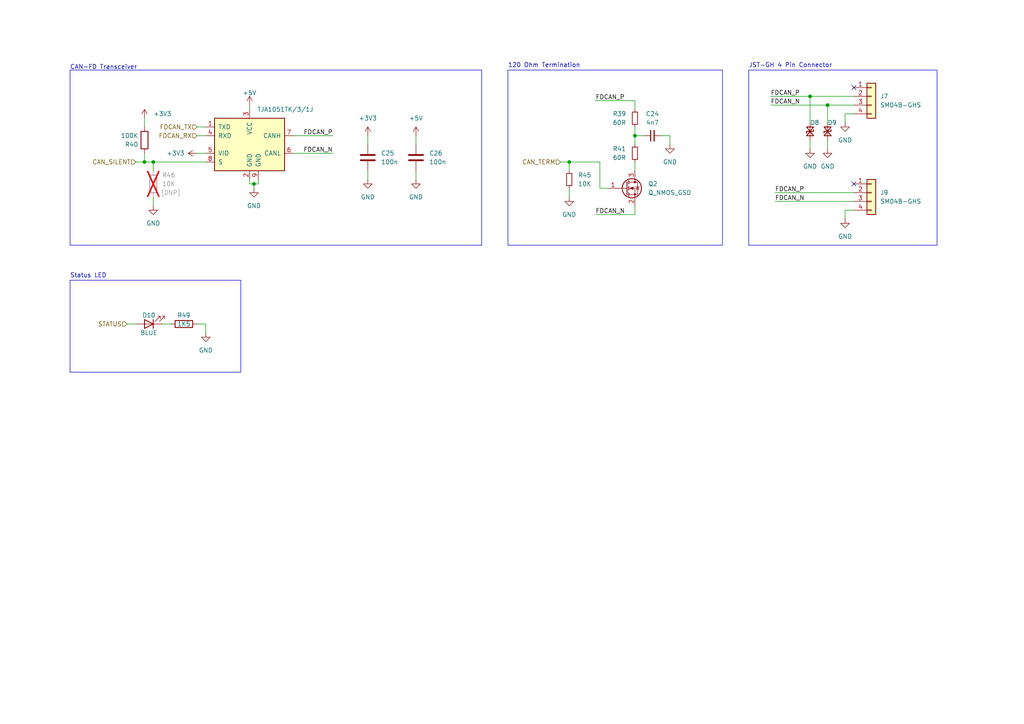
<source format=kicad_sch>
(kicad_sch (version 20250114) (generator "eeschema") (generator_version "9.0")
  (paper "A4")
  (lib_symbols
    (symbol "Connector_Generic:Conn_01x04" (pin_names (offset 1.016) (hide yes))
      (property "Reference" "J" (at 0 5.08 0))
      (property "Value" "Conn_01x04" (at 0 -7.62 0))
      (symbol "Conn_01x04_1_1"
        (rectangle (start -1.27 3.81) (end 1.27 -6.35) (stroke (width 0.254)) (fill (type background)))
        (rectangle (start -1.27 2.667) (end 0 2.413) (stroke (width 0.1524)))
        (rectangle (start -1.27 0.127) (end 0 -0.127) (stroke (width 0.1524)))
        (rectangle (start -1.27 -2.413) (end 0 -2.667) (stroke (width 0.1524)))
        (rectangle (start -1.27 -4.953) (end 0 -5.207) (stroke (width 0.1524)))
        (pin passive line (at -5.08 2.54 0) (length 3.81) (name "Pin_1") (number "1"))
        (pin passive line (at -5.08 0 0) (length 3.81) (name "Pin_2") (number "2"))
        (pin passive line (at -5.08 -2.54 0) (length 3.81) (name "Pin_3") (number "3"))
        (pin passive line (at -5.08 -5.08 0) (length 3.81) (name "Pin_4") (number "4"))
      )
    )
    (symbol "Device:C" (pin_numbers (hide yes)) (pin_names (offset 0.254))
      (property "Reference" "C" (at 0.635 2.54 0))
      (property "Value" "C" (at 0.635 -2.54 0))
      (symbol "C_0_1"
        (polyline (pts (xy -2.032 0.762) (xy 2.032 0.762)) (stroke (width 0.508)))
        (polyline (pts (xy -2.032 -0.762) (xy 2.032 -0.762)) (stroke (width 0.508)))
      )
      (symbol "C_1_1"
        (pin passive line (at 0 3.81 270) (length 2.794) (name "~") (number "1"))
        (pin passive line (at 0 -3.81 90) (length 2.794) (name "~") (number "2"))
      )
    )
    (symbol "Device:C_Small" (pin_numbers (hide yes)) (pin_names (offset 0.254) (hide yes))
      (property "Reference" "C" (at 0.254 1.778 0))
      (property "Value" "C_Small" (at 0.254 -2.032 0))
      (symbol "C_Small_0_1"
        (polyline (pts (xy -1.524 0.508) (xy 1.524 0.508)) (stroke (width 0.3048)))
        (polyline (pts (xy -1.524 -0.508) (xy 1.524 -0.508)) (stroke (width 0.3302)))
      )
      (symbol "C_Small_1_1"
        (pin passive line (at 0 2.54 270) (length 2.032) (name "~") (number "1"))
        (pin passive line (at 0 -2.54 90) (length 2.032) (name "~") (number "2"))
      )
    )
    (symbol "Device:D_TVS_Small" (pin_numbers (hide yes)) (pin_names (offset 1.016) (hide yes))
      (property "Reference" "D" (at 0 2.54 0))
      (property "Value" "D_TVS_Small" (at 0 -2.54 0))
      (symbol "D_TVS_Small_0_1"
        (polyline (pts (xy -1.27 1.016) (xy -1.27 -1.016) (xy 1.27 1.016) (xy 1.27 -1.016) (xy -1.27 1.016)) (stroke (width 0.254)))
        (polyline (pts (xy -1.27 0) (xy 1.27 0)))
        (polyline (pts (xy 0.508 1.016) (xy 0 1.016) (xy 0 -1.016) (xy -0.508 -1.016)) (stroke (width 0.254)))
      )
      (symbol "D_TVS_Small_1_1"
        (pin passive line (at -2.54 0 0) (length 1.27) (name "A1") (number "1"))
        (pin passive line (at 2.54 0 180) (length 1.27) (name "A2") (number "2"))
      )
    )
    (symbol "Device:LED" (pin_numbers (hide yes)) (pin_names (offset 1.016) (hide yes))
      (property "Reference" "D" (at 0 2.54 0))
      (property "Value" "LED" (at 0 -2.54 0))
      (symbol "LED_0_1"
        (polyline (pts (xy -3.048 -0.762) (xy -4.572 -2.286) (xy -3.81 -2.286) (xy -4.572 -2.286) (xy -4.572 -1.524)))
        (polyline (pts (xy -1.778 -0.762) (xy -3.302 -2.286) (xy -2.54 -2.286) (xy -3.302 -2.286) (xy -3.302 -1.524)))
        (polyline (pts (xy -1.27 0) (xy 1.27 0)))
        (polyline (pts (xy -1.27 -1.27) (xy -1.27 1.27)) (stroke (width 0.254)))
        (polyline (pts (xy 1.27 -1.27) (xy 1.27 1.27) (xy -1.27 0) (xy 1.27 -1.27)) (stroke (width 0.254)))
      )
      (symbol "LED_1_1"
        (pin passive line (at -3.81 0 0) (length 2.54) (name "K") (number "1"))
        (pin passive line (at 3.81 0 180) (length 2.54) (name "A") (number "2"))
      )
    )
    (symbol "Device:Q_NMOS_GSD" (pin_names (offset 0) (hide yes))
      (property "Reference" "Q" (at 5.08 1.27 0))
      (property "Value" "Q_NMOS_GSD" (at 5.08 -1.27 0))
      (symbol "Q_NMOS_GSD_0_1"
        (polyline (pts (xy 0.254 1.905) (xy 0.254 -1.905)) (stroke (width 0.254)))
        (polyline (pts (xy 0.254 0) (xy -2.54 0)))
        (polyline (pts (xy 0.762 2.286) (xy 0.762 1.27)) (stroke (width 0.254)))
        (polyline (pts (xy 0.762 0.508) (xy 0.762 -0.508)) (stroke (width 0.254)))
        (polyline (pts (xy 0.762 -1.27) (xy 0.762 -2.286)) (stroke (width 0.254)))
        (polyline (pts (xy 0.762 -1.778) (xy 3.302 -1.778) (xy 3.302 1.778) (xy 0.762 1.778)))
        (polyline (pts (xy 1.016 0) (xy 2.032 0.381) (xy 2.032 -0.381) (xy 1.016 0)) (fill (type outline)))
        (circle (center 1.651 0) (radius 2.794) (stroke (width 0.254)))
        (polyline (pts (xy 2.54 2.54) (xy 2.54 1.778)))
        (circle (center 2.54 1.778) (radius 0.254) (fill (type outline)))
        (circle (center 2.54 -1.778) (radius 0.254) (fill (type outline)))
        (polyline (pts (xy 2.54 -2.54) (xy 2.54 0) (xy 0.762 0)))
        (polyline (pts (xy 2.794 0.508) (xy 2.921 0.381) (xy 3.683 0.381) (xy 3.81 0.254)))
        (polyline (pts (xy 3.302 0.381) (xy 2.921 -0.254) (xy 3.683 -0.254) (xy 3.302 0.381)))
      )
      (symbol "Q_NMOS_GSD_1_1"
        (pin input line (at -5.08 0 0) (length 2.54) (name "G") (number "1"))
        (pin passive line (at 2.54 5.08 270) (length 2.54) (name "D") (number "3"))
        (pin passive line (at 2.54 -5.08 90) (length 2.54) (name "S") (number "2"))
      )
    )
    (symbol "Device:R" (pin_numbers (hide yes)) (pin_names (offset 0))
      (property "Reference" "R" (at 2.032 0 90))
      (property "Value" "R" (at 0 0 90))
      (symbol "R_0_1"
        (rectangle (start -1.016 -2.54) (end 1.016 2.54) (stroke (width 0.254)))
      )
      (symbol "R_1_1"
        (pin passive line (at 0 3.81 270) (length 1.27) (name "~") (number "1"))
        (pin passive line (at 0 -3.81 90) (length 1.27) (name "~") (number "2"))
      )
    )
    (symbol "Device:R_Small" (pin_numbers (hide yes)) (pin_names (offset 0.254) (hide yes))
      (property "Reference" "R" (at 0.762 0.508 0))
      (property "Value" "R_Small" (at 0.762 -1.016 0))
      (symbol "R_Small_0_1"
        (rectangle (start -0.762 1.778) (end 0.762 -1.778) (stroke (width 0.2032)))
      )
      (symbol "R_Small_1_1"
        (pin passive line (at 0 2.54 270) (length 0.762) (name "~") (number "1"))
        (pin passive line (at 0 -2.54 90) (length 0.762) (name "~") (number "2"))
      )
    )
    (symbol "GND_1" (power) (pin_numbers (hide yes)) (pin_names (offset 0) (hide yes))
      (property "Value" "GND" (at 0 -3.81 0))
      (symbol "GND_1_0_1"
        (polyline (pts (xy 0 0) (xy 0 -1.27) (xy 1.27 -1.27) (xy 0 -2.54) (xy -1.27 -1.27) (xy 0 -1.27)))
      )
      (symbol "GND_1_1_1"
        (pin power_in line (at 0 0 270) (length 0) (name "~") (number "1"))
      )
    )
    (symbol "GND_2" (power) (pin_numbers (hide yes)) (pin_names (offset 0) (hide yes))
      (property "Value" "GND" (at 0 -3.81 0))
      (symbol "GND_2_0_1"
        (polyline (pts (xy 0 0) (xy 0 -1.27) (xy 1.27 -1.27) (xy 0 -2.54) (xy -1.27 -1.27) (xy 0 -1.27)))
      )
      (symbol "GND_2_1_1"
        (pin power_in line (at 0 0 270) (length 0) (name "~") (number "1"))
      )
    )
    (symbol "Interface_CAN_LIN:TJA1051TK-3" (pin_names (offset 1.016))
      (property "Reference" "U" (at -10.16 8.89 0))
      (property "Value" "TJA1051TK-3" (at 1.27 8.89 0))
      (symbol "TJA1051TK-3_0_1"
        (rectangle (start -10.16 7.62) (end 10.16 -7.62) (stroke (width 0.254)) (fill (type background)))
      )
      (symbol "TJA1051TK-3_1_1"
        (pin input line (at -12.7 5.08 0) (length 2.54) (name "TXD") (number "1"))
        (pin output line (at -12.7 2.54 0) (length 2.54) (name "RXD") (number "4"))
        (pin power_in line (at -12.7 -2.54 0) (length 2.54) (name "VIO") (number "5"))
        (pin input line (at -12.7 -5.08 0) (length 2.54) (name "S") (number "8"))
        (pin power_in line (at 0 10.16 270) (length 2.54) (name "VCC") (number "3"))
        (pin power_in line (at 0 -10.16 90) (length 2.54) (name "GND") (number "2"))
        (pin power_in line (at 2.54 -10.16 90) (length 2.54) (name "GND") (number "9"))
        (pin bidirectional line (at 12.7 2.54 180) (length 2.54) (name "CANH") (number "7"))
        (pin bidirectional line (at 12.7 -2.54 180) (length 2.54) (name "CANL") (number "6"))
      )
    )
    (symbol "power:+3V3" (power) (pin_names (offset 0))
      (property "Value" "+3V3" (at 0 3.556 0))
      (symbol "+3V3_0_1"
        (polyline (pts (xy -0.762 1.27) (xy 0 2.54)))
        (polyline (pts (xy 0 2.54) (xy 0.762 1.27)))
        (polyline (pts (xy 0 0) (xy 0 2.54)))
      )
      (symbol "+3V3_1_1"
        (pin power_in line (at 0 0 90) (length 0) (hide yes) (name "+3V3") (number "1"))
      )
    )
    (symbol "power:+5V" (power) (pin_names (offset 0))
      (property "Value" "+5V" (at 0 3.556 0))
      (symbol "+5V_0_1"
        (polyline (pts (xy -0.762 1.27) (xy 0 2.54)))
        (polyline (pts (xy 0 2.54) (xy 0.762 1.27)))
        (polyline (pts (xy 0 0) (xy 0 2.54)))
      )
      (symbol "+5V_1_1"
        (pin power_in line (at 0 0 90) (length 0) (hide yes) (name "+5V") (number "1"))
      )
    )
    (symbol "power:GND" (power) (pin_names (offset 0))
      (property "Value" "GND" (at 0 -3.81 0))
      (symbol "GND_0_1"
        (polyline (pts (xy 0 0) (xy 0 -1.27) (xy 1.27 -1.27) (xy 0 -2.54) (xy -1.27 -1.27) (xy 0 -1.27)))
      )
      (symbol "GND_1_1"
        (pin power_in line (at 0 0 270) (length 0) (hide yes) (name "GND") (number "1"))
      )
    )
  )
  (rectangle (start 147.32 20.32) (end 209.55 71.12))
  (rectangle (start 217.17 20.32) (end 271.78 71.12))
  (rectangle (start 20.32 81.28) (end 69.85 107.95))
  (rectangle (start 20.32 20.32) (end 139.7 71.12))
  (text "CAN-FD Transceiver" (at 20.32 20.32 0) (effects (font (size 1.27 1.27)) (justify left bottom)))
  (text "JST-GH 4 Pin Connector" (at 217.17 19.05 0) (effects (font (size 1.27 1.27)) (justify left)))
  (text "Status LED" (at 20.32 80.01 0) (effects (font (size 1.27 1.27)) (justify left)))
  (text "120 Ohm Termination" (at 147.32 19.05 0) (effects (font (size 1.27 1.27)) (justify left)))
  (junction (at 240.03 30.48))
  (junction (at 165.1 46.99))
  (junction (at 73.66 53.34))
  (junction (at 184.15 39.37))
  (junction (at 44.45 46.99))
  (junction (at 234.95 27.94))
  (junction (at 41.91 46.99))
  (no_connect (at 247.65 25.4))
  (no_connect (at 247.65 53.34))
  (wire (pts (xy 57.15 44.45) (xy 59.69 44.45)))
  (wire (pts (xy 165.1 46.99) (xy 173.99 46.99)))
  (wire (pts (xy 106.68 49.53) (xy 106.68 52.07)))
  (wire (pts (xy 172.72 29.21) (xy 184.15 29.21)))
  (wire (pts (xy 184.15 39.37) (xy 186.69 39.37)))
  (wire (pts (xy 245.11 35.56) (xy 245.11 33.02)))
  (wire (pts (xy 57.15 93.98) (xy 59.69 93.98)))
  (wire (pts (xy 36.83 93.98) (xy 39.37 93.98)))
  (wire (pts (xy 234.95 27.94) (xy 223.52 27.94)))
  (wire (pts (xy 240.03 40.64) (xy 240.03 43.18)))
  (wire (pts (xy 72.39 52.07) (xy 72.39 53.34)))
  (wire (pts (xy 72.39 30.48) (xy 72.39 31.75)))
  (wire (pts (xy 173.99 54.61) (xy 176.53 54.61)))
  (wire (pts (xy 245.11 63.5) (xy 245.11 60.96)))
  (wire (pts (xy 162.56 46.99) (xy 165.1 46.99)))
  (wire (pts (xy 240.03 35.56) (xy 240.03 30.48)))
  (wire (pts (xy 234.95 35.56) (xy 234.95 27.94)))
  (wire (pts (xy 224.79 58.42) (xy 247.65 58.42)))
  (wire (pts (xy 57.15 36.83) (xy 59.69 36.83)))
  (wire (pts (xy 73.66 53.34) (xy 74.93 53.34)))
  (wire (pts (xy 41.91 36.83) (xy 41.91 34.29)))
  (wire (pts (xy 184.15 62.23) (xy 184.15 59.69)))
  (wire (pts (xy 184.15 46.99) (xy 184.15 49.53)))
  (wire (pts (xy 165.1 49.53) (xy 165.1 46.99)))
  (wire (pts (xy 44.45 57.15) (xy 44.45 59.69)))
  (wire (pts (xy 120.65 39.37) (xy 120.65 41.91)))
  (wire (pts (xy 223.52 30.48) (xy 240.03 30.48)))
  (wire (pts (xy 234.95 40.64) (xy 234.95 43.18)))
  (wire (pts (xy 46.99 93.98) (xy 49.53 93.98)))
  (wire (pts (xy 73.66 53.34) (xy 73.66 54.61)))
  (wire (pts (xy 85.09 44.45) (xy 96.52 44.45)))
  (wire (pts (xy 39.37 46.99) (xy 41.91 46.99)))
  (wire (pts (xy 41.91 46.99) (xy 41.91 44.45)))
  (wire (pts (xy 106.68 39.37) (xy 106.68 41.91)))
  (wire (pts (xy 44.45 46.99) (xy 59.69 46.99)))
  (wire (pts (xy 184.15 39.37) (xy 184.15 41.91)))
  (wire (pts (xy 59.69 93.98) (xy 59.69 96.52)))
  (wire (pts (xy 120.65 49.53) (xy 120.65 52.07)))
  (wire (pts (xy 173.99 46.99) (xy 173.99 54.61)))
  (wire (pts (xy 74.93 52.07) (xy 74.93 53.34)))
  (wire (pts (xy 234.95 27.94) (xy 247.65 27.94)))
  (wire (pts (xy 194.31 41.91) (xy 194.31 39.37)))
  (wire (pts (xy 57.15 39.37) (xy 59.69 39.37)))
  (wire (pts (xy 184.15 36.83) (xy 184.15 39.37)))
  (wire (pts (xy 245.11 33.02) (xy 247.65 33.02)))
  (wire (pts (xy 85.09 39.37) (xy 96.52 39.37)))
  (wire (pts (xy 165.1 54.61) (xy 165.1 57.15)))
  (wire (pts (xy 184.15 29.21) (xy 184.15 31.75)))
  (wire (pts (xy 194.31 39.37) (xy 191.77 39.37)))
  (wire (pts (xy 44.45 46.99) (xy 44.45 49.53)))
  (wire (pts (xy 240.03 30.48) (xy 247.65 30.48)))
  (wire (pts (xy 224.79 55.88) (xy 247.65 55.88)))
  (wire (pts (xy 41.91 46.99) (xy 44.45 46.99)))
  (wire (pts (xy 72.39 53.34) (xy 73.66 53.34)))
  (wire (pts (xy 172.72 62.23) (xy 184.15 62.23)))
  (wire (pts (xy 245.11 60.96) (xy 247.65 60.96)))
  (label "FDCAN_N" (at 96.52 44.45 180))
  (label "FDCAN_N" (at 223.52 30.48 0))
  (label "FDCAN_P" (at 172.72 29.21 0))
  (label "FDCAN_N" (at 172.72 62.23 0))
  (label "FDCAN_P" (at 223.52 27.94 0))
  (label "FDCAN_P" (at 224.79 55.88 0))
  (label "FDCAN_P" (at 96.52 39.37 180))
  (label "FDCAN_N" (at 224.79 58.42 0))
  (hierarchical_label "CAN_SILENT" (shape input) (at 39.37 46.99 180))
  (hierarchical_label "FDCAN_TX" (shape input) (at 57.15 36.83 180))
  (hierarchical_label "CAN_TERM" (shape input) (at 162.56 46.99 180))
  (hierarchical_label "STATUS" (shape input) (at 36.83 93.98 180))
  (hierarchical_label "FDCAN_RX" (shape input) (at 57.15 39.37 180))
  (symbol (lib_id "power:GND") (at 59.69 96.52 0) (unit 1)
    (property "Reference" "#PWR017" (effects (hide yes)))
    (property "Value" "GND" (at 59.69 101.6 0))
    (property "Description" "Power symbol creates a global label with name \"GND\" , ground" (effects (hide yes)))
    (instances (project "vrb" (path "" (reference "#PWR090") (unit 1)) (path "" (reference "#PWR017") (unit 1))))
  )
  (symbol (lib_id "power:GND") (at 106.68 52.07 0) (unit 1)
    (property "Reference" "#PWR011" (effects (hide yes)))
    (property "Value" "GND" (at 106.68 57.15 0))
    (instances (project "vrb" (path "" (reference "#PWR080") (unit 1)) (path "" (reference "#PWR011") (unit 1))))
  )
  (symbol (lib_id "Connector_Generic:Conn_01x04") (at 252.73 55.88 0) (unit 1)
    (property "Reference" "J2" (at 255.27 55.8799 0) (effects (justify left)))
    (property "Value" "SM04B-GHS" (at 255.27 58.4199 0) (effects (justify left)))
    (property "Footprint" "Connector_JST:JST_GH_SM04B-GHS-TB_1x04-1MP_P1.25mm_Horizontal" (effects (hide yes)))
    (property "Description" "Generic connector, single row, 01x04, script generated (kicad-library-utils/schlib/autogen/connector/)" (effects (hide yes)))
    (instances (project "vrb" (path "" (reference "J9") (unit 1)) (path "" (reference "J2") (unit 1))))
  )
  (symbol (lib_name "GND_2") (lib_id "power:GND") (at 234.95 43.18 0) (unit 1)
    (property "Reference" "#PWR08" (effects (hide yes)))
    (property "Value" "GND" (at 234.95 48.26 0))
    (property "Description" "Power symbol creates a global label with name \"GND\" , ground" (effects (hide yes)))
    (instances (project "vrb" (path "" (reference "#PWR074") (unit 1)) (path "" (reference "#PWR08") (unit 1))))
  )
  (symbol (lib_name "GND_2") (lib_id "power:GND") (at 240.03 43.18 0) (unit 1)
    (property "Reference" "#PWR09" (effects (hide yes)))
    (property "Value" "GND" (at 240.03 48.26 0))
    (property "Description" "Power symbol creates a global label with name \"GND\" , ground" (effects (hide yes)))
    (instances (project "" (path "" (reference "#PWR075") (unit 1)) (path "" (reference "#PWR09") (unit 1))))
  )
  (symbol (lib_id "power:GND") (at 194.31 41.91 0) (unit 1)
    (property "Reference" "#PWR07" (effects (hide yes)))
    (property "Value" "GND" (at 194.31 46.99 0))
    (property "Description" "Power symbol creates a global label with name \"GND\" , ground" (effects (hide yes)))
    (instances (project "vrb" (path "" (reference "#PWR073") (unit 1)) (path "" (reference "#PWR07") (unit 1))))
  )
  (symbol (lib_id "Device:R") (at 41.91 40.64 0) (unit 1)
    (property "Reference" "R2" (at 40.132 41.91 0) (effects (justify right)))
    (property "Value" "100K" (at 40.132 39.37 0) (effects (justify right)))
    (property "Footprint" "Resistor_SMD:R_0402_1005Metric" (effects (hide yes)))
    (instances (project "vrb" (path "" (reference "R40") (unit 1)) (path "" (reference "R2") (unit 1))))
  )
  (symbol (lib_id "Device:R_Small") (at 165.1 52.07 0) (unit 1)
    (property "Reference" "R4" (at 167.64 50.7999 0) (effects (justify left)))
    (property "Value" "10K" (at 167.64 53.3399 0) (effects (justify left)))
    (property "Footprint" "Resistor_SMD:R_0402_1005Metric" (effects (hide yes)))
    (property "Description" "Resistor, small symbol" (effects (hide yes)))
    (instances (project "vrb" (path "" (reference "R45") (unit 1)) (path "" (reference "R4") (unit 1))))
  )
  (symbol (lib_id "power:+5V") (at 120.65 39.37 0) (unit 1)
    (property "Reference" "#PWR06" (effects (hide yes)))
    (property "Value" "+5V" (at 120.65 34.29 0))
    (property "Description" "Power symbol creates a global label with name \"+5V\"" (effects (hide yes)))
    (instances (project "vrb" (path "" (reference "#PWR070") (unit 1)) (path "" (reference "#PWR06") (unit 1))))
  )
  (symbol (lib_id "power:+3V3") (at 41.91 34.29 0) (unit 1)
    (property "Reference" "#PWR03" (effects (hide yes)))
    (property "Value" "+3V3" (at 44.45 33.0199 0) (effects (justify left)))
    (property "Description" "Power symbol creates a global label with name \"+3V3\"" (effects (hide yes)))
    (instances (project "vrb" (path "" (reference "#PWR067") (unit 1)) (path "" (reference "#PWR03") (unit 1))))
  )
  (symbol (lib_id "Device:D_TVS_Small") (at 234.95 38.1 270) (mirror x) (unit 1)
    (property "Reference" "D1" (at 234.95 35.56 90) (effects (justify left)))
    (property "Value" "D_TVS_Small" (effects (hide yes)))
    (property "Footprint" "Diode_SMD:Nexperia_DSN0603-2_0.6x0.3mm_P0.4mm" (effects (hide yes)))
    (property "Description" "Bidirectional transient-voltage-suppression diode, small symbol" (effects (hide yes)))
    (instances (project "vrb" (path "" (reference "D8") (unit 1)) (path "" (reference "D1") (unit 1))))
  )
  (symbol (lib_id "power:+5V") (at 72.39 30.48 0) (unit 1)
    (property "Reference" "#PWR02" (effects (hide yes)))
    (property "Value" "+5V" (at 74.422 26.924 0) (effects (justify right)))
    (property "Description" "Power symbol creates a global label with name \"+5V\"" (effects (hide yes)))
    (instances (project "vrb" (path "" (reference "#PWR066") (unit 1)) (path "" (reference "#PWR02") (unit 1))))
  )
  (symbol (lib_id "Device:R") (at 53.34 93.98 90) (unit 1)
    (property "Reference" "R6" (at 53.34 91.44 90))
    (property "Value" "1K5" (at 53.34 93.98 90))
    (property "Footprint" "Resistor_SMD:R_0402_1005Metric" (effects (hide yes)))
    (property "Description" "Resistor" (effects (hide yes)))
    (instances (project "vrb" (path "" (reference "R49") (unit 1)) (path "" (reference "R6") (unit 1))))
  )
  (symbol (lib_id "power:GND") (at 120.65 52.07 0) (unit 1)
    (property "Reference" "#PWR012" (effects (hide yes)))
    (property "Value" "GND" (at 120.65 57.15 0))
    (instances (project "vrb" (path "" (reference "#PWR081") (unit 1)) (path "" (reference "#PWR012") (unit 1))))
  )
  (symbol (lib_id "Device:R") (at 44.45 53.34 0) (unit 1) (in_bom no) (dnp yes)
    (property "Reference" "R5" (at 46.99 50.8 0) (effects (justify left)))
    (property "Value" "10K" (at 46.99 53.34 0) (effects (justify left)))
    (property "Footprint" "Resistor_SMD:R_0402_1005Metric" (effects (hide yes)))
    (property "DNP" "[DNP]" (at 49.53 55.8801 0))
    (instances (project "vrb" (path "" (reference "R46") (unit 1)) (path "" (reference "R5") (unit 1))))
  )
  (symbol (lib_id "Device:Q_NMOS_GSD") (at 181.61 54.61 0) (unit 1)
    (property "Reference" "Q1" (at 187.96 53.3399 0) (effects (justify left)))
    (property "Value" "Q_NMOS_GSD" (at 187.96 55.8799 0) (effects (justify left)))
    (property "Footprint" "Package_TO_SOT_SMD:SOT-23-3" (effects (hide yes)))
    (property "Description" "N-MOSFET transistor, gate/source/drain" (effects (hide yes)))
    (instances (project "vrb" (path "" (reference "Q2") (unit 1)) (path "" (reference "Q1") (unit 1))))
  )
  (symbol (lib_id "power:+3V3") (at 106.68 39.37 0) (unit 1)
    (property "Reference" "#PWR05" (effects (hide yes)))
    (property "Value" "+3V3" (at 106.68 34.29 0))
    (property "Description" "Power symbol creates a global label with name \"+3V3\"" (effects (hide yes)))
    (instances (project "vrb" (path "" (reference "#PWR069") (unit 1)) (path "" (reference "#PWR05") (unit 1))))
  )
  (symbol (lib_id "power:GND") (at 44.45 59.69 0) (unit 1)
    (property "Reference" "#PWR015" (effects (hide yes)))
    (property "Value" "GND" (at 44.45 64.77 0))
    (instances (project "vrb" (path "" (reference "#PWR086") (unit 1)) (path "" (reference "#PWR015") (unit 1))))
  )
  (symbol (lib_id "Device:D_TVS_Small") (at 240.03 38.1 270) (mirror x) (unit 1)
    (property "Reference" "D2" (at 240.03 35.56 90) (effects (justify left)))
    (property "Value" "D_TVS_Small" (effects (hide yes)))
    (property "Footprint" "Diode_SMD:Nexperia_DSN0603-2_0.6x0.3mm_P0.4mm" (effects (hide yes)))
    (property "Description" "Bidirectional transient-voltage-suppression diode, small symbol" (effects (hide yes)))
    (instances (project "" (path "" (reference "D9") (unit 1)) (path "" (reference "D2") (unit 1))))
  )
  (symbol (lib_id "Device:R_Small") (at 184.15 44.45 0) (mirror y) (unit 1)
    (property "Reference" "R3" (at 181.61 43.1799 0) (effects (justify left)))
    (property "Value" "60R" (at 181.61 45.7199 0) (effects (justify left)))
    (property "Footprint" "Resistor_SMD:R_0402_1005Metric" (effects (hide yes)))
    (property "Description" "Resistor, small symbol" (effects (hide yes)))
    (instances (project "vrb" (path "" (reference "R41") (unit 1)) (path "" (reference "R3") (unit 1))))
  )
  (symbol (lib_name "GND_1") (lib_id "power:GND") (at 245.11 35.56 0) (unit 1)
    (property "Reference" "#PWR04" (effects (hide yes)))
    (property "Value" "GND" (at 245.11 40.64 0))
    (property "Description" "Power symbol creates a global label with name \"GND\" , ground" (effects (hide yes)))
    (instances (project "" (path "" (reference "#PWR068") (unit 1)) (path "" (reference "#PWR04") (unit 1))))
  )
  (symbol (lib_id "Device:R_Small") (at 184.15 34.29 0) (mirror y) (unit 1)
    (property "Reference" "R1" (at 181.61 33.0199 0) (effects (justify left)))
    (property "Value" "60R" (at 181.61 35.5599 0) (effects (justify left)))
    (property "Footprint" "Resistor_SMD:R_0402_1005Metric" (effects (hide yes)))
    (property "Description" "Resistor, small symbol" (effects (hide yes)))
    (instances (project "vrb" (path "" (reference "R39") (unit 1)) (path "" (reference "R1") (unit 1))))
  )
  (symbol (lib_id "Device:C") (at 106.68 45.72 0) (unit 1)
    (property "Reference" "C2" (at 110.49 44.45 0) (effects (justify left)))
    (property "Value" "100n" (at 110.49 46.99 0) (effects (justify left)))
    (property "Footprint" "Capacitor_SMD:C_0402_1005Metric" (effects (hide yes)))
    (instances (project "vrb" (path "" (reference "C25") (unit 1)) (path "" (reference "C2") (unit 1))))
  )
  (symbol (lib_id "power:+3V3") (at 57.15 44.45 90) (unit 1)
    (property "Reference" "#PWR010" (effects (hide yes)))
    (property "Value" "+3V3" (at 48.26 44.45 90) (effects (justify right)))
    (property "Description" "Power symbol creates a global label with name \"+3V3\"" (effects (hide yes)))
    (instances (project "vrb" (path "" (reference "#PWR076") (unit 1)) (path "" (reference "#PWR010") (unit 1))))
  )
  (symbol (lib_name "GND_1") (lib_id "power:GND") (at 245.11 63.5 0) (unit 1)
    (property "Reference" "#PWR016" (effects (hide yes)))
    (property "Value" "GND" (at 245.11 68.58 0))
    (property "Description" "Power symbol creates a global label with name \"GND\" , ground" (effects (hide yes)))
    (instances (project "vrb" (path "" (reference "#PWR088") (unit 1)) (path "" (reference "#PWR016") (unit 1))))
  )
  (symbol (lib_id "Device:LED") (at 43.18 93.98 180) (unit 1)
    (property "Reference" "D3" (at 43.18 91.44 0))
    (property "Value" "BLUE" (at 43.18 96.52 0))
    (property "Footprint" "LED_SMD:LED_0603_1608Metric" (effects (hide yes)))
    (property "Description" "Light emitting diode" (effects (hide yes)))
    (property "Sim.Pins" "1=K 2=A" (effects (hide yes)))
    (instances (project "vrb" (path "" (reference "D10") (unit 1)) (path "" (reference "D3") (unit 1))))
  )
  (symbol (lib_id "Interface_CAN_LIN:TJA1051TK-3") (at 72.39 41.91 0) (unit 1)
    (property "Reference" "U2" (effects (hide yes)))
    (property "Value" "TJA1051TK/3/1J" (at 74.5841 31.75 0) (effects (justify left)))
    (property "Footprint" "Package_DFN_QFN:DFN-8-1EP_3x3mm_P0.65mm_EP1.55x2.4mm" (effects (hide yes)))
    (property "Datasheet" "http://www.nxp.com/docs/en/data-sheet/TJA1051.pdf" (effects (hide yes)))
    (instances (project "vrb" (path "" (reference "U11") (unit 1)) (path "" (reference "U2") (unit 1))))
  )
  (symbol (lib_id "power:GND") (at 73.66 54.61 0) (unit 1)
    (property "Reference" "#PWR013" (effects (hide yes)))
    (property "Value" "GND" (at 73.66 59.69 0))
    (instances (project "vrb" (path "" (reference "#PWR082") (unit 1)) (path "" (reference "#PWR013") (unit 1))))
  )
  (symbol (lib_id "power:GND") (at 165.1 57.15 0) (unit 1)
    (property "Reference" "#PWR014" (effects (hide yes)))
    (property "Value" "GND" (at 165.1 62.23 0))
    (property "Description" "Power symbol creates a global label with name \"GND\" , ground" (effects (hide yes)))
    (instances (project "vrb" (path "" (reference "#PWR085") (unit 1)) (path "" (reference "#PWR014") (unit 1))))
  )
  (symbol (lib_id "Connector_Generic:Conn_01x04") (at 252.73 27.94 0) (unit 1)
    (property "Reference" "J1" (at 255.27 27.9399 0) (effects (justify left)))
    (property "Value" "SM04B-GHS" (at 255.27 30.4799 0) (effects (justify left)))
    (property "Footprint" "Connector_JST:JST_GH_SM04B-GHS-TB_1x04-1MP_P1.25mm_Horizontal" (effects (hide yes)))
    (property "Description" "Generic connector, single row, 01x04, script generated (kicad-library-utils/schlib/autogen/connector/)" (effects (hide yes)))
    (instances (project "" (path "" (reference "J7") (unit 1)) (path "" (reference "J1") (unit 1))))
  )
  (symbol (lib_id "Device:C") (at 120.65 45.72 0) (unit 1)
    (property "Reference" "C3" (at 124.46 44.4499 0) (effects (justify left)))
    (property "Value" "100n" (at 124.46 46.9899 0) (effects (justify left)))
    (property "Footprint" "Capacitor_SMD:C_0402_1005Metric" (effects (hide yes)))
    (instances (project "vrb" (path "" (reference "C26") (unit 1)) (path "" (reference "C3") (unit 1))))
  )
  (symbol (lib_id "Device:C_Small") (at 189.23 39.37 90) (unit 1)
    (property "Reference" "C1" (at 189.2363 33.02 90))
    (property "Value" "4n7" (at 189.2363 35.56 90))
    (property "Footprint" "Capacitor_SMD:C_0402_1005Metric" (effects (hide yes)))
    (property "Description" "Unpolarized capacitor, small symbol" (effects (hide yes)))
    (instances (project "vrb" (path "" (reference "C24") (unit 1)) (path "" (reference "C1") (unit 1))))
  )
)
</source>
